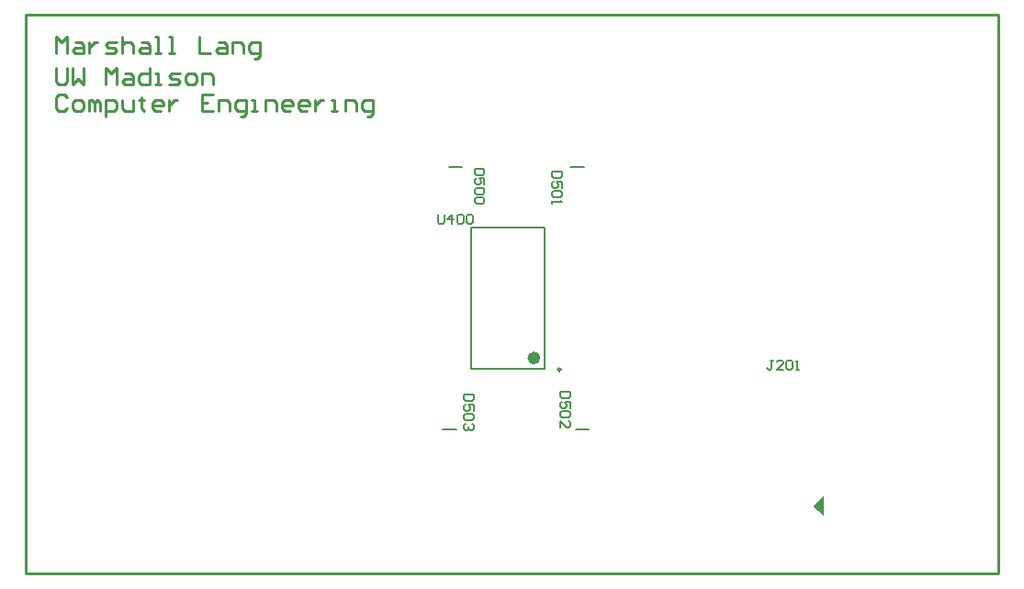
<source format=gto>
G04 Layer_Color=65535*
%FSLAX25Y25*%
%MOIN*%
G70*
G01*
G75*
%ADD14C,0.01000*%
%ADD19C,0.00600*%
%ADD41C,0.02362*%
%ADD42C,0.00984*%
%ADD43C,0.00787*%
G36*
X289700Y21000D02*
X285500Y24500D01*
X289700Y28000D01*
Y21000D01*
D02*
G37*
D14*
X11000Y189194D02*
Y195192D01*
X12999Y193193D01*
X14999Y195192D01*
Y189194D01*
X17998Y193193D02*
X19997D01*
X20997Y192193D01*
Y189194D01*
X17998D01*
X16998Y190194D01*
X17998Y191193D01*
X20997D01*
X22996Y193193D02*
Y189194D01*
Y191193D01*
X23996Y192193D01*
X24995Y193193D01*
X25995D01*
X28994Y189194D02*
X31993D01*
X32993Y190194D01*
X31993Y191193D01*
X29994D01*
X28994Y192193D01*
X29994Y193193D01*
X32993D01*
X34992Y195192D02*
Y189194D01*
Y192193D01*
X35992Y193193D01*
X37991D01*
X38991Y192193D01*
Y189194D01*
X41990Y193193D02*
X43989D01*
X44989Y192193D01*
Y189194D01*
X41990D01*
X40990Y190194D01*
X41990Y191193D01*
X44989D01*
X46988Y189194D02*
X48988D01*
X47988D01*
Y195192D01*
X46988D01*
X51987Y189194D02*
X53986D01*
X52986D01*
Y195192D01*
X51987D01*
X62983D02*
Y189194D01*
X66982D01*
X69981Y193193D02*
X71980D01*
X72980Y192193D01*
Y189194D01*
X69981D01*
X68981Y190194D01*
X69981Y191193D01*
X72980D01*
X74979Y189194D02*
Y193193D01*
X77978D01*
X78978Y192193D01*
Y189194D01*
X82977Y187195D02*
X83976D01*
X84976Y188194D01*
Y193193D01*
X81977D01*
X80977Y192193D01*
Y190194D01*
X81977Y189194D01*
X84976D01*
X11000Y183595D02*
Y178597D01*
X12000Y177597D01*
X13999D01*
X14999Y178597D01*
Y183595D01*
X16998D02*
Y177597D01*
X18997Y179596D01*
X20997Y177597D01*
Y183595D01*
X28994Y177597D02*
Y183595D01*
X30994Y181596D01*
X32993Y183595D01*
Y177597D01*
X35992Y181596D02*
X37991D01*
X38991Y180596D01*
Y177597D01*
X35992D01*
X34992Y178597D01*
X35992Y179596D01*
X38991D01*
X44989Y183595D02*
Y177597D01*
X41990D01*
X40990Y178597D01*
Y180596D01*
X41990Y181596D01*
X44989D01*
X46988Y177597D02*
X48988D01*
X47988D01*
Y181596D01*
X46988D01*
X51987Y177597D02*
X54986D01*
X55985Y178597D01*
X54986Y179596D01*
X52986D01*
X51987Y180596D01*
X52986Y181596D01*
X55985D01*
X58985Y177597D02*
X60984D01*
X61984Y178597D01*
Y180596D01*
X60984Y181596D01*
X58985D01*
X57985Y180596D01*
Y178597D01*
X58985Y177597D01*
X63983D02*
Y181596D01*
X66982D01*
X67982Y180596D01*
Y177597D01*
X14999Y172998D02*
X13999Y173997D01*
X12000D01*
X11000Y172998D01*
Y168999D01*
X12000Y167999D01*
X13999D01*
X14999Y168999D01*
X17998Y167999D02*
X19997D01*
X20997Y168999D01*
Y170998D01*
X19997Y171998D01*
X17998D01*
X16998Y170998D01*
Y168999D01*
X17998Y167999D01*
X22996D02*
Y171998D01*
X23996D01*
X24995Y170998D01*
Y167999D01*
Y170998D01*
X25995Y171998D01*
X26995Y170998D01*
Y167999D01*
X28994Y166000D02*
Y171998D01*
X31993D01*
X32993Y170998D01*
Y168999D01*
X31993Y167999D01*
X28994D01*
X34992Y171998D02*
Y168999D01*
X35992Y167999D01*
X38991D01*
Y171998D01*
X41990Y172998D02*
Y171998D01*
X40990D01*
X42990D01*
X41990D01*
Y168999D01*
X42990Y167999D01*
X48988D02*
X46988D01*
X45989Y168999D01*
Y170998D01*
X46988Y171998D01*
X48988D01*
X49987Y170998D01*
Y169999D01*
X45989D01*
X51987Y171998D02*
Y167999D01*
Y169999D01*
X52986Y170998D01*
X53986Y171998D01*
X54986D01*
X67982Y173997D02*
X63983D01*
Y167999D01*
X67982D01*
X63983Y170998D02*
X65982D01*
X69981Y167999D02*
Y171998D01*
X72980D01*
X73980Y170998D01*
Y167999D01*
X77978Y166000D02*
X78978D01*
X79978Y167000D01*
Y171998D01*
X76979D01*
X75979Y170998D01*
Y168999D01*
X76979Y167999D01*
X79978D01*
X81977D02*
X83976D01*
X82977D01*
Y171998D01*
X81977D01*
X86975Y167999D02*
Y171998D01*
X89974D01*
X90974Y170998D01*
Y167999D01*
X95973D02*
X93973D01*
X92974Y168999D01*
Y170998D01*
X93973Y171998D01*
X95973D01*
X96972Y170998D01*
Y169999D01*
X92974D01*
X101971Y167999D02*
X99971D01*
X98971Y168999D01*
Y170998D01*
X99971Y171998D01*
X101971D01*
X102970Y170998D01*
Y169999D01*
X98971D01*
X104970Y171998D02*
Y167999D01*
Y169999D01*
X105969Y170998D01*
X106969Y171998D01*
X107969D01*
X110968Y167999D02*
X112967D01*
X111967D01*
Y171998D01*
X110968D01*
X115966Y167999D02*
Y171998D01*
X118965D01*
X119965Y170998D01*
Y167999D01*
X123963Y166000D02*
X124963D01*
X125963Y167000D01*
Y171998D01*
X122964D01*
X121964Y170998D01*
Y168999D01*
X122964Y167999D01*
X125963D01*
X0Y0D02*
X353000D01*
X0D02*
Y203000D01*
X353000D01*
Y0D02*
Y203000D01*
D19*
X271333Y77499D02*
X270166D01*
X270749D01*
Y74583D01*
X270166Y74000D01*
X269583D01*
X269000Y74583D01*
X274831Y74000D02*
X272499D01*
X274831Y76333D01*
Y76916D01*
X274248Y77499D01*
X273082D01*
X272499Y76916D01*
X275998D02*
X276581Y77499D01*
X277747D01*
X278330Y76916D01*
Y74583D01*
X277747Y74000D01*
X276581D01*
X275998Y74583D01*
Y76916D01*
X279497Y74000D02*
X280663D01*
X280080D01*
Y77499D01*
X279497Y76916D01*
X149500Y130499D02*
Y127583D01*
X150083Y127000D01*
X151249D01*
X151833Y127583D01*
Y130499D01*
X154748Y127000D02*
Y130499D01*
X152999Y128749D01*
X155331D01*
X156498Y129916D02*
X157081Y130499D01*
X158247D01*
X158830Y129916D01*
Y127583D01*
X158247Y127000D01*
X157081D01*
X156498Y127583D01*
Y129916D01*
X159997D02*
X160580Y130499D01*
X161746D01*
X162329Y129916D01*
Y127583D01*
X161746Y127000D01*
X160580D01*
X159997Y127583D01*
Y129916D01*
X166449Y147181D02*
X162950D01*
Y145432D01*
X163533Y144849D01*
X165866D01*
X166449Y145432D01*
Y147181D01*
Y141350D02*
Y143682D01*
X164699D01*
X165283Y142516D01*
Y141933D01*
X164699Y141350D01*
X163533D01*
X162950Y141933D01*
Y143099D01*
X163533Y143682D01*
X165866Y140183D02*
X166449Y139600D01*
Y138434D01*
X165866Y137851D01*
X163533D01*
X162950Y138434D01*
Y139600D01*
X163533Y140183D01*
X165866D01*
Y136685D02*
X166449Y136101D01*
Y134935D01*
X165866Y134352D01*
X163533D01*
X162950Y134935D01*
Y136101D01*
X163533Y136685D01*
X165866D01*
X197499Y66000D02*
X194000D01*
Y64251D01*
X194583Y63667D01*
X196916D01*
X197499Y64251D01*
Y66000D01*
Y60169D02*
Y62501D01*
X195749D01*
X196333Y61335D01*
Y60752D01*
X195749Y60169D01*
X194583D01*
X194000Y60752D01*
Y61918D01*
X194583Y62501D01*
X196916Y59002D02*
X197499Y58419D01*
Y57253D01*
X196916Y56670D01*
X194583D01*
X194000Y57253D01*
Y58419D01*
X194583Y59002D01*
X196916D01*
X194000Y53171D02*
Y55503D01*
X196333Y53171D01*
X196916D01*
X197499Y53754D01*
Y54920D01*
X196916Y55503D01*
X194499Y146000D02*
X191000D01*
Y144251D01*
X191583Y143667D01*
X193916D01*
X194499Y144251D01*
Y146000D01*
Y140169D02*
Y142501D01*
X192749D01*
X193333Y141335D01*
Y140752D01*
X192749Y140169D01*
X191583D01*
X191000Y140752D01*
Y141918D01*
X191583Y142501D01*
X193916Y139002D02*
X194499Y138419D01*
Y137253D01*
X193916Y136670D01*
X191583D01*
X191000Y137253D01*
Y138419D01*
X191583Y139002D01*
X193916D01*
X191000Y135503D02*
Y134337D01*
Y134920D01*
X194499D01*
X193916Y135503D01*
X162499Y65000D02*
X159000D01*
Y63251D01*
X159583Y62667D01*
X161916D01*
X162499Y63251D01*
Y65000D01*
Y59169D02*
Y61501D01*
X160749D01*
X161333Y60335D01*
Y59752D01*
X160749Y59169D01*
X159583D01*
X159000Y59752D01*
Y60918D01*
X159583Y61501D01*
X161916Y58002D02*
X162499Y57419D01*
Y56253D01*
X161916Y55670D01*
X159583D01*
X159000Y56253D01*
Y57419D01*
X159583Y58002D01*
X161916D01*
Y54503D02*
X162499Y53920D01*
Y52754D01*
X161916Y52171D01*
X161333D01*
X160749Y52754D01*
Y53337D01*
Y52754D01*
X160166Y52171D01*
X159583D01*
X159000Y52754D01*
Y53920D01*
X159583Y54503D01*
D41*
X185630Y78347D02*
G03*
X185630Y78347I-1181J0D01*
G01*
D42*
X194193Y74154D02*
G03*
X194193Y74154I-492J0D01*
G01*
D43*
X153600Y147831D02*
X158324D01*
X199676Y52231D02*
X204400D01*
X197800Y147700D02*
X202524D01*
X151476Y52331D02*
X156200D01*
X161614Y125591D02*
X188386D01*
X161614Y74410D02*
X188386D01*
X161614D02*
Y125591D01*
X188386Y74410D02*
Y125591D01*
M02*

</source>
